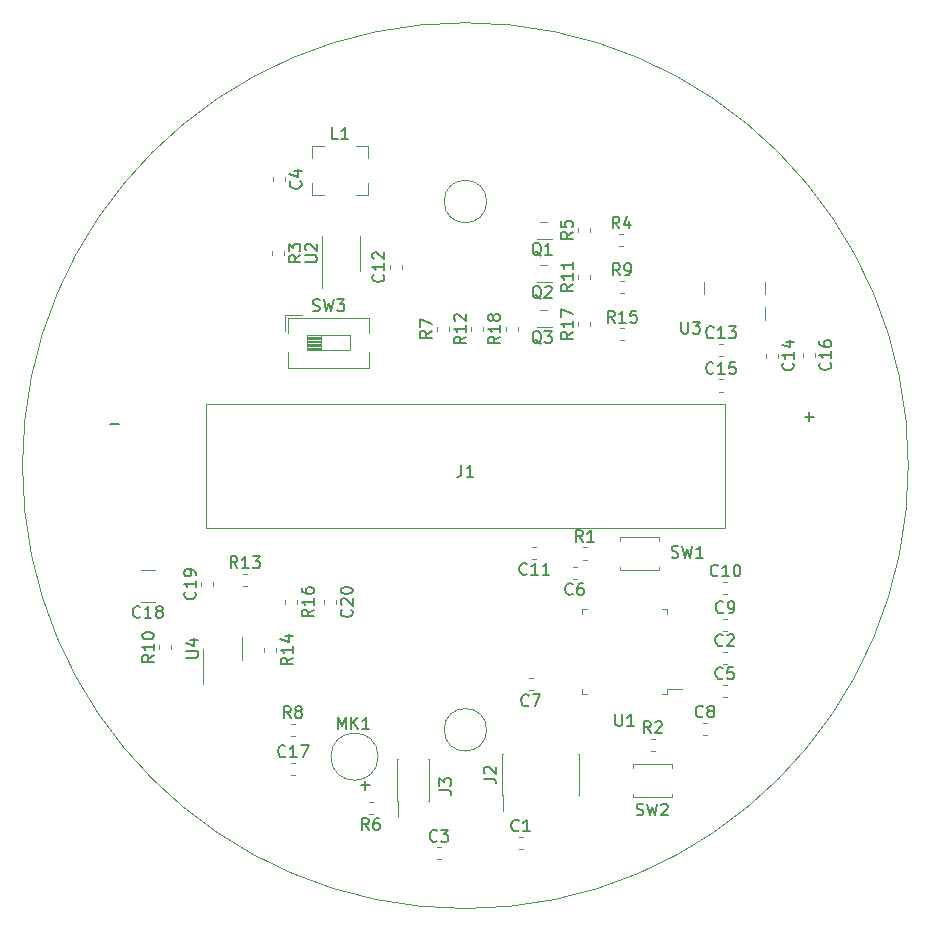
<source format=gbr>
G04 #@! TF.GenerationSoftware,KiCad,Pcbnew,6.0.7-f9a2dced07~116~ubuntu22.04.1*
G04 #@! TF.CreationDate,2022-08-25T07:51:25+02:00*
G04 #@! TF.ProjectId,PCB-Ange,5043422d-416e-4676-952e-6b696361645f,rev?*
G04 #@! TF.SameCoordinates,Original*
G04 #@! TF.FileFunction,Legend,Top*
G04 #@! TF.FilePolarity,Positive*
%FSLAX46Y46*%
G04 Gerber Fmt 4.6, Leading zero omitted, Abs format (unit mm)*
G04 Created by KiCad (PCBNEW 6.0.7-f9a2dced07~116~ubuntu22.04.1) date 2022-08-25 07:51:25*
%MOMM*%
%LPD*%
G01*
G04 APERTURE LIST*
G04 #@! TA.AperFunction,Profile*
%ADD10C,0.050000*%
G04 #@! TD*
%ADD11C,0.150000*%
%ADD12C,0.120000*%
G04 APERTURE END LIST*
D10*
X101800000Y-122365000D02*
G75*
G03*
X101800000Y-122365000I-1800000J0D01*
G01*
X101800000Y-77635000D02*
G75*
G03*
X101800000Y-77635000I-1800000J0D01*
G01*
X137500000Y-100000000D02*
G75*
G03*
X137500000Y-100000000I-37500000J0D01*
G01*
D11*
X97802380Y-127483333D02*
X98516666Y-127483333D01*
X98659523Y-127530952D01*
X98754761Y-127626190D01*
X98802380Y-127769047D01*
X98802380Y-127864285D01*
X97802380Y-127102380D02*
X97802380Y-126483333D01*
X98183333Y-126816666D01*
X98183333Y-126673809D01*
X98230952Y-126578571D01*
X98278571Y-126530952D01*
X98373809Y-126483333D01*
X98611904Y-126483333D01*
X98707142Y-126530952D01*
X98754761Y-126578571D01*
X98802380Y-126673809D01*
X98802380Y-126959523D01*
X98754761Y-127054761D01*
X98707142Y-127102380D01*
X86435980Y-82778704D02*
X87245504Y-82778704D01*
X87340742Y-82731085D01*
X87388361Y-82683466D01*
X87435980Y-82588228D01*
X87435980Y-82397752D01*
X87388361Y-82302514D01*
X87340742Y-82254895D01*
X87245504Y-82207276D01*
X86435980Y-82207276D01*
X86531219Y-81778704D02*
X86483600Y-81731085D01*
X86435980Y-81635847D01*
X86435980Y-81397752D01*
X86483600Y-81302514D01*
X86531219Y-81254895D01*
X86626457Y-81207276D01*
X86721695Y-81207276D01*
X86864552Y-81254895D01*
X87435980Y-81826323D01*
X87435980Y-81207276D01*
X99666666Y-99952380D02*
X99666666Y-100666666D01*
X99619047Y-100809523D01*
X99523809Y-100904761D01*
X99380952Y-100952380D01*
X99285714Y-100952380D01*
X100666666Y-100952380D02*
X100095238Y-100952380D01*
X100380952Y-100952380D02*
X100380952Y-99952380D01*
X100285714Y-100095238D01*
X100190476Y-100190476D01*
X100095238Y-100238095D01*
X69951847Y-96439228D02*
X70713752Y-96439228D01*
X128752847Y-95880428D02*
X129514752Y-95880428D01*
X129133800Y-96261380D02*
X129133800Y-95499476D01*
X104518333Y-130880342D02*
X104470714Y-130927961D01*
X104327857Y-130975580D01*
X104232619Y-130975580D01*
X104089761Y-130927961D01*
X103994523Y-130832723D01*
X103946904Y-130737485D01*
X103899285Y-130547009D01*
X103899285Y-130404152D01*
X103946904Y-130213676D01*
X103994523Y-130118438D01*
X104089761Y-130023200D01*
X104232619Y-129975580D01*
X104327857Y-129975580D01*
X104470714Y-130023200D01*
X104518333Y-130070819D01*
X105470714Y-130975580D02*
X104899285Y-130975580D01*
X105185000Y-130975580D02*
X105185000Y-129975580D01*
X105089761Y-130118438D01*
X104994523Y-130213676D01*
X104899285Y-130261295D01*
X121790333Y-115183142D02*
X121742714Y-115230761D01*
X121599857Y-115278380D01*
X121504619Y-115278380D01*
X121361761Y-115230761D01*
X121266523Y-115135523D01*
X121218904Y-115040285D01*
X121171285Y-114849809D01*
X121171285Y-114706952D01*
X121218904Y-114516476D01*
X121266523Y-114421238D01*
X121361761Y-114326000D01*
X121504619Y-114278380D01*
X121599857Y-114278380D01*
X121742714Y-114326000D01*
X121790333Y-114373619D01*
X122171285Y-114373619D02*
X122218904Y-114326000D01*
X122314142Y-114278380D01*
X122552238Y-114278380D01*
X122647476Y-114326000D01*
X122695095Y-114373619D01*
X122742714Y-114468857D01*
X122742714Y-114564095D01*
X122695095Y-114706952D01*
X122123666Y-115278380D01*
X122742714Y-115278380D01*
X97586733Y-131743942D02*
X97539114Y-131791561D01*
X97396257Y-131839180D01*
X97301019Y-131839180D01*
X97158161Y-131791561D01*
X97062923Y-131696323D01*
X97015304Y-131601085D01*
X96967685Y-131410609D01*
X96967685Y-131267752D01*
X97015304Y-131077276D01*
X97062923Y-130982038D01*
X97158161Y-130886800D01*
X97301019Y-130839180D01*
X97396257Y-130839180D01*
X97539114Y-130886800D01*
X97586733Y-130934419D01*
X97920066Y-130839180D02*
X98539114Y-130839180D01*
X98205780Y-131220133D01*
X98348638Y-131220133D01*
X98443876Y-131267752D01*
X98491495Y-131315371D01*
X98539114Y-131410609D01*
X98539114Y-131648704D01*
X98491495Y-131743942D01*
X98443876Y-131791561D01*
X98348638Y-131839180D01*
X98062923Y-131839180D01*
X97967685Y-131791561D01*
X97920066Y-131743942D01*
X86039142Y-75923666D02*
X86086761Y-75971285D01*
X86134380Y-76114142D01*
X86134380Y-76209380D01*
X86086761Y-76352238D01*
X85991523Y-76447476D01*
X85896285Y-76495095D01*
X85705809Y-76542714D01*
X85562952Y-76542714D01*
X85372476Y-76495095D01*
X85277238Y-76447476D01*
X85182000Y-76352238D01*
X85134380Y-76209380D01*
X85134380Y-76114142D01*
X85182000Y-75971285D01*
X85229619Y-75923666D01*
X85467714Y-75066523D02*
X86134380Y-75066523D01*
X85086761Y-75304619D02*
X85801047Y-75542714D01*
X85801047Y-74923666D01*
X121790333Y-117977142D02*
X121742714Y-118024761D01*
X121599857Y-118072380D01*
X121504619Y-118072380D01*
X121361761Y-118024761D01*
X121266523Y-117929523D01*
X121218904Y-117834285D01*
X121171285Y-117643809D01*
X121171285Y-117500952D01*
X121218904Y-117310476D01*
X121266523Y-117215238D01*
X121361761Y-117120000D01*
X121504619Y-117072380D01*
X121599857Y-117072380D01*
X121742714Y-117120000D01*
X121790333Y-117167619D01*
X122695095Y-117072380D02*
X122218904Y-117072380D01*
X122171285Y-117548571D01*
X122218904Y-117500952D01*
X122314142Y-117453333D01*
X122552238Y-117453333D01*
X122647476Y-117500952D01*
X122695095Y-117548571D01*
X122742714Y-117643809D01*
X122742714Y-117881904D01*
X122695095Y-117977142D01*
X122647476Y-118024761D01*
X122552238Y-118072380D01*
X122314142Y-118072380D01*
X122218904Y-118024761D01*
X122171285Y-117977142D01*
X109078933Y-110854942D02*
X109031314Y-110902561D01*
X108888457Y-110950180D01*
X108793219Y-110950180D01*
X108650361Y-110902561D01*
X108555123Y-110807323D01*
X108507504Y-110712085D01*
X108459885Y-110521609D01*
X108459885Y-110378752D01*
X108507504Y-110188276D01*
X108555123Y-110093038D01*
X108650361Y-109997800D01*
X108793219Y-109950180D01*
X108888457Y-109950180D01*
X109031314Y-109997800D01*
X109078933Y-110045419D01*
X109936076Y-109950180D02*
X109745600Y-109950180D01*
X109650361Y-109997800D01*
X109602742Y-110045419D01*
X109507504Y-110188276D01*
X109459885Y-110378752D01*
X109459885Y-110759704D01*
X109507504Y-110854942D01*
X109555123Y-110902561D01*
X109650361Y-110950180D01*
X109840838Y-110950180D01*
X109936076Y-110902561D01*
X109983695Y-110854942D01*
X110031314Y-110759704D01*
X110031314Y-110521609D01*
X109983695Y-110426371D01*
X109936076Y-110378752D01*
X109840838Y-110331133D01*
X109650361Y-110331133D01*
X109555123Y-110378752D01*
X109507504Y-110426371D01*
X109459885Y-110521609D01*
X105359133Y-120278342D02*
X105311514Y-120325961D01*
X105168657Y-120373580D01*
X105073419Y-120373580D01*
X104930561Y-120325961D01*
X104835323Y-120230723D01*
X104787704Y-120135485D01*
X104740085Y-119945009D01*
X104740085Y-119802152D01*
X104787704Y-119611676D01*
X104835323Y-119516438D01*
X104930561Y-119421200D01*
X105073419Y-119373580D01*
X105168657Y-119373580D01*
X105311514Y-119421200D01*
X105359133Y-119468819D01*
X105692466Y-119373580D02*
X106359133Y-119373580D01*
X105930561Y-120373580D01*
X120113933Y-121228342D02*
X120066314Y-121275961D01*
X119923457Y-121323580D01*
X119828219Y-121323580D01*
X119685361Y-121275961D01*
X119590123Y-121180723D01*
X119542504Y-121085485D01*
X119494885Y-120895009D01*
X119494885Y-120752152D01*
X119542504Y-120561676D01*
X119590123Y-120466438D01*
X119685361Y-120371200D01*
X119828219Y-120323580D01*
X119923457Y-120323580D01*
X120066314Y-120371200D01*
X120113933Y-120418819D01*
X120685361Y-120752152D02*
X120590123Y-120704533D01*
X120542504Y-120656914D01*
X120494885Y-120561676D01*
X120494885Y-120514057D01*
X120542504Y-120418819D01*
X120590123Y-120371200D01*
X120685361Y-120323580D01*
X120875838Y-120323580D01*
X120971076Y-120371200D01*
X121018695Y-120418819D01*
X121066314Y-120514057D01*
X121066314Y-120561676D01*
X121018695Y-120656914D01*
X120971076Y-120704533D01*
X120875838Y-120752152D01*
X120685361Y-120752152D01*
X120590123Y-120799771D01*
X120542504Y-120847390D01*
X120494885Y-120942628D01*
X120494885Y-121133104D01*
X120542504Y-121228342D01*
X120590123Y-121275961D01*
X120685361Y-121323580D01*
X120875838Y-121323580D01*
X120971076Y-121275961D01*
X121018695Y-121228342D01*
X121066314Y-121133104D01*
X121066314Y-120942628D01*
X121018695Y-120847390D01*
X120971076Y-120799771D01*
X120875838Y-120752152D01*
X121818333Y-112389142D02*
X121770714Y-112436761D01*
X121627857Y-112484380D01*
X121532619Y-112484380D01*
X121389761Y-112436761D01*
X121294523Y-112341523D01*
X121246904Y-112246285D01*
X121199285Y-112055809D01*
X121199285Y-111912952D01*
X121246904Y-111722476D01*
X121294523Y-111627238D01*
X121389761Y-111532000D01*
X121532619Y-111484380D01*
X121627857Y-111484380D01*
X121770714Y-111532000D01*
X121818333Y-111579619D01*
X122294523Y-112484380D02*
X122485000Y-112484380D01*
X122580238Y-112436761D01*
X122627857Y-112389142D01*
X122723095Y-112246285D01*
X122770714Y-112055809D01*
X122770714Y-111674857D01*
X122723095Y-111579619D01*
X122675476Y-111532000D01*
X122580238Y-111484380D01*
X122389761Y-111484380D01*
X122294523Y-111532000D01*
X122246904Y-111579619D01*
X122199285Y-111674857D01*
X122199285Y-111912952D01*
X122246904Y-112008190D01*
X122294523Y-112055809D01*
X122389761Y-112103428D01*
X122580238Y-112103428D01*
X122675476Y-112055809D01*
X122723095Y-112008190D01*
X122770714Y-111912952D01*
X121378942Y-109290342D02*
X121331323Y-109337961D01*
X121188466Y-109385580D01*
X121093228Y-109385580D01*
X120950371Y-109337961D01*
X120855133Y-109242723D01*
X120807514Y-109147485D01*
X120759895Y-108957009D01*
X120759895Y-108814152D01*
X120807514Y-108623676D01*
X120855133Y-108528438D01*
X120950371Y-108433200D01*
X121093228Y-108385580D01*
X121188466Y-108385580D01*
X121331323Y-108433200D01*
X121378942Y-108480819D01*
X122331323Y-109385580D02*
X121759895Y-109385580D01*
X122045609Y-109385580D02*
X122045609Y-108385580D01*
X121950371Y-108528438D01*
X121855133Y-108623676D01*
X121759895Y-108671295D01*
X122950371Y-108385580D02*
X123045609Y-108385580D01*
X123140847Y-108433200D01*
X123188466Y-108480819D01*
X123236085Y-108576057D01*
X123283704Y-108766533D01*
X123283704Y-109004628D01*
X123236085Y-109195104D01*
X123188466Y-109290342D01*
X123140847Y-109337961D01*
X123045609Y-109385580D01*
X122950371Y-109385580D01*
X122855133Y-109337961D01*
X122807514Y-109290342D01*
X122759895Y-109195104D01*
X122712276Y-109004628D01*
X122712276Y-108766533D01*
X122759895Y-108576057D01*
X122807514Y-108480819D01*
X122855133Y-108433200D01*
X122950371Y-108385580D01*
X105199142Y-109153142D02*
X105151523Y-109200761D01*
X105008666Y-109248380D01*
X104913428Y-109248380D01*
X104770571Y-109200761D01*
X104675333Y-109105523D01*
X104627714Y-109010285D01*
X104580095Y-108819809D01*
X104580095Y-108676952D01*
X104627714Y-108486476D01*
X104675333Y-108391238D01*
X104770571Y-108296000D01*
X104913428Y-108248380D01*
X105008666Y-108248380D01*
X105151523Y-108296000D01*
X105199142Y-108343619D01*
X106151523Y-109248380D02*
X105580095Y-109248380D01*
X105865809Y-109248380D02*
X105865809Y-108248380D01*
X105770571Y-108391238D01*
X105675333Y-108486476D01*
X105580095Y-108534095D01*
X107103904Y-109248380D02*
X106532476Y-109248380D01*
X106818190Y-109248380D02*
X106818190Y-108248380D01*
X106722952Y-108391238D01*
X106627714Y-108486476D01*
X106532476Y-108534095D01*
X93034342Y-83828057D02*
X93081961Y-83875676D01*
X93129580Y-84018533D01*
X93129580Y-84113771D01*
X93081961Y-84256628D01*
X92986723Y-84351866D01*
X92891485Y-84399485D01*
X92701009Y-84447104D01*
X92558152Y-84447104D01*
X92367676Y-84399485D01*
X92272438Y-84351866D01*
X92177200Y-84256628D01*
X92129580Y-84113771D01*
X92129580Y-84018533D01*
X92177200Y-83875676D01*
X92224819Y-83828057D01*
X93129580Y-82875676D02*
X93129580Y-83447104D01*
X93129580Y-83161390D02*
X92129580Y-83161390D01*
X92272438Y-83256628D01*
X92367676Y-83351866D01*
X92415295Y-83447104D01*
X92224819Y-82494723D02*
X92177200Y-82447104D01*
X92129580Y-82351866D01*
X92129580Y-82113771D01*
X92177200Y-82018533D01*
X92224819Y-81970914D01*
X92320057Y-81923295D01*
X92415295Y-81923295D01*
X92558152Y-81970914D01*
X93129580Y-82542342D01*
X93129580Y-81923295D01*
X121009342Y-89122742D02*
X120961723Y-89170361D01*
X120818866Y-89217980D01*
X120723628Y-89217980D01*
X120580771Y-89170361D01*
X120485533Y-89075123D01*
X120437914Y-88979885D01*
X120390295Y-88789409D01*
X120390295Y-88646552D01*
X120437914Y-88456076D01*
X120485533Y-88360838D01*
X120580771Y-88265600D01*
X120723628Y-88217980D01*
X120818866Y-88217980D01*
X120961723Y-88265600D01*
X121009342Y-88313219D01*
X121961723Y-89217980D02*
X121390295Y-89217980D01*
X121676009Y-89217980D02*
X121676009Y-88217980D01*
X121580771Y-88360838D01*
X121485533Y-88456076D01*
X121390295Y-88503695D01*
X122295057Y-88217980D02*
X122914104Y-88217980D01*
X122580771Y-88598933D01*
X122723628Y-88598933D01*
X122818866Y-88646552D01*
X122866485Y-88694171D01*
X122914104Y-88789409D01*
X122914104Y-89027504D01*
X122866485Y-89122742D01*
X122818866Y-89170361D01*
X122723628Y-89217980D01*
X122437914Y-89217980D01*
X122342676Y-89170361D01*
X122295057Y-89122742D01*
X127720542Y-91321057D02*
X127768161Y-91368676D01*
X127815780Y-91511533D01*
X127815780Y-91606771D01*
X127768161Y-91749628D01*
X127672923Y-91844866D01*
X127577685Y-91892485D01*
X127387209Y-91940104D01*
X127244352Y-91940104D01*
X127053876Y-91892485D01*
X126958638Y-91844866D01*
X126863400Y-91749628D01*
X126815780Y-91606771D01*
X126815780Y-91511533D01*
X126863400Y-91368676D01*
X126911019Y-91321057D01*
X127815780Y-90368676D02*
X127815780Y-90940104D01*
X127815780Y-90654390D02*
X126815780Y-90654390D01*
X126958638Y-90749628D01*
X127053876Y-90844866D01*
X127101495Y-90940104D01*
X127149114Y-89511533D02*
X127815780Y-89511533D01*
X126768161Y-89749628D02*
X127482447Y-89987723D01*
X127482447Y-89368676D01*
X120997942Y-92145342D02*
X120950323Y-92192961D01*
X120807466Y-92240580D01*
X120712228Y-92240580D01*
X120569371Y-92192961D01*
X120474133Y-92097723D01*
X120426514Y-92002485D01*
X120378895Y-91812009D01*
X120378895Y-91669152D01*
X120426514Y-91478676D01*
X120474133Y-91383438D01*
X120569371Y-91288200D01*
X120712228Y-91240580D01*
X120807466Y-91240580D01*
X120950323Y-91288200D01*
X120997942Y-91335819D01*
X121950323Y-92240580D02*
X121378895Y-92240580D01*
X121664609Y-92240580D02*
X121664609Y-91240580D01*
X121569371Y-91383438D01*
X121474133Y-91478676D01*
X121378895Y-91526295D01*
X122855085Y-91240580D02*
X122378895Y-91240580D01*
X122331276Y-91716771D01*
X122378895Y-91669152D01*
X122474133Y-91621533D01*
X122712228Y-91621533D01*
X122807466Y-91669152D01*
X122855085Y-91716771D01*
X122902704Y-91812009D01*
X122902704Y-92050104D01*
X122855085Y-92145342D01*
X122807466Y-92192961D01*
X122712228Y-92240580D01*
X122474133Y-92240580D01*
X122378895Y-92192961D01*
X122331276Y-92145342D01*
X130870142Y-91281657D02*
X130917761Y-91329276D01*
X130965380Y-91472133D01*
X130965380Y-91567371D01*
X130917761Y-91710228D01*
X130822523Y-91805466D01*
X130727285Y-91853085D01*
X130536809Y-91900704D01*
X130393952Y-91900704D01*
X130203476Y-91853085D01*
X130108238Y-91805466D01*
X130013000Y-91710228D01*
X129965380Y-91567371D01*
X129965380Y-91472133D01*
X130013000Y-91329276D01*
X130060619Y-91281657D01*
X130965380Y-90329276D02*
X130965380Y-90900704D01*
X130965380Y-90614990D02*
X129965380Y-90614990D01*
X130108238Y-90710228D01*
X130203476Y-90805466D01*
X130251095Y-90900704D01*
X129965380Y-89472133D02*
X129965380Y-89662609D01*
X130013000Y-89757847D01*
X130060619Y-89805466D01*
X130203476Y-89900704D01*
X130393952Y-89948323D01*
X130774904Y-89948323D01*
X130870142Y-89900704D01*
X130917761Y-89853085D01*
X130965380Y-89757847D01*
X130965380Y-89567371D01*
X130917761Y-89472133D01*
X130870142Y-89424514D01*
X130774904Y-89376895D01*
X130536809Y-89376895D01*
X130441571Y-89424514D01*
X130393952Y-89472133D01*
X130346333Y-89567371D01*
X130346333Y-89757847D01*
X130393952Y-89853085D01*
X130441571Y-89900704D01*
X130536809Y-89948323D01*
X84766142Y-124581142D02*
X84718523Y-124628761D01*
X84575666Y-124676380D01*
X84480428Y-124676380D01*
X84337571Y-124628761D01*
X84242333Y-124533523D01*
X84194714Y-124438285D01*
X84147095Y-124247809D01*
X84147095Y-124104952D01*
X84194714Y-123914476D01*
X84242333Y-123819238D01*
X84337571Y-123724000D01*
X84480428Y-123676380D01*
X84575666Y-123676380D01*
X84718523Y-123724000D01*
X84766142Y-123771619D01*
X85718523Y-124676380D02*
X85147095Y-124676380D01*
X85432809Y-124676380D02*
X85432809Y-123676380D01*
X85337571Y-123819238D01*
X85242333Y-123914476D01*
X85147095Y-123962095D01*
X86051857Y-123676380D02*
X86718523Y-123676380D01*
X86289952Y-124676380D01*
X72469642Y-112797142D02*
X72422023Y-112844761D01*
X72279166Y-112892380D01*
X72183928Y-112892380D01*
X72041071Y-112844761D01*
X71945833Y-112749523D01*
X71898214Y-112654285D01*
X71850595Y-112463809D01*
X71850595Y-112320952D01*
X71898214Y-112130476D01*
X71945833Y-112035238D01*
X72041071Y-111940000D01*
X72183928Y-111892380D01*
X72279166Y-111892380D01*
X72422023Y-111940000D01*
X72469642Y-111987619D01*
X73422023Y-112892380D02*
X72850595Y-112892380D01*
X73136309Y-112892380D02*
X73136309Y-111892380D01*
X73041071Y-112035238D01*
X72945833Y-112130476D01*
X72850595Y-112178095D01*
X73993452Y-112320952D02*
X73898214Y-112273333D01*
X73850595Y-112225714D01*
X73802976Y-112130476D01*
X73802976Y-112082857D01*
X73850595Y-111987619D01*
X73898214Y-111940000D01*
X73993452Y-111892380D01*
X74183928Y-111892380D01*
X74279166Y-111940000D01*
X74326785Y-111987619D01*
X74374404Y-112082857D01*
X74374404Y-112130476D01*
X74326785Y-112225714D01*
X74279166Y-112273333D01*
X74183928Y-112320952D01*
X73993452Y-112320952D01*
X73898214Y-112368571D01*
X73850595Y-112416190D01*
X73802976Y-112511428D01*
X73802976Y-112701904D01*
X73850595Y-112797142D01*
X73898214Y-112844761D01*
X73993452Y-112892380D01*
X74183928Y-112892380D01*
X74279166Y-112844761D01*
X74326785Y-112797142D01*
X74374404Y-112701904D01*
X74374404Y-112511428D01*
X74326785Y-112416190D01*
X74279166Y-112368571D01*
X74183928Y-112320952D01*
X77083142Y-110689857D02*
X77130761Y-110737476D01*
X77178380Y-110880333D01*
X77178380Y-110975571D01*
X77130761Y-111118428D01*
X77035523Y-111213666D01*
X76940285Y-111261285D01*
X76749809Y-111308904D01*
X76606952Y-111308904D01*
X76416476Y-111261285D01*
X76321238Y-111213666D01*
X76226000Y-111118428D01*
X76178380Y-110975571D01*
X76178380Y-110880333D01*
X76226000Y-110737476D01*
X76273619Y-110689857D01*
X77178380Y-109737476D02*
X77178380Y-110308904D01*
X77178380Y-110023190D02*
X76178380Y-110023190D01*
X76321238Y-110118428D01*
X76416476Y-110213666D01*
X76464095Y-110308904D01*
X77178380Y-109261285D02*
X77178380Y-109070809D01*
X77130761Y-108975571D01*
X77083142Y-108927952D01*
X76940285Y-108832714D01*
X76749809Y-108785095D01*
X76368857Y-108785095D01*
X76273619Y-108832714D01*
X76226000Y-108880333D01*
X76178380Y-108975571D01*
X76178380Y-109166047D01*
X76226000Y-109261285D01*
X76273619Y-109308904D01*
X76368857Y-109356523D01*
X76606952Y-109356523D01*
X76702190Y-109308904D01*
X76749809Y-109261285D01*
X76797428Y-109166047D01*
X76797428Y-108975571D01*
X76749809Y-108880333D01*
X76702190Y-108832714D01*
X76606952Y-108785095D01*
X90357142Y-112185857D02*
X90404761Y-112233476D01*
X90452380Y-112376333D01*
X90452380Y-112471571D01*
X90404761Y-112614428D01*
X90309523Y-112709666D01*
X90214285Y-112757285D01*
X90023809Y-112804904D01*
X89880952Y-112804904D01*
X89690476Y-112757285D01*
X89595238Y-112709666D01*
X89500000Y-112614428D01*
X89452380Y-112471571D01*
X89452380Y-112376333D01*
X89500000Y-112233476D01*
X89547619Y-112185857D01*
X89547619Y-111804904D02*
X89500000Y-111757285D01*
X89452380Y-111662047D01*
X89452380Y-111423952D01*
X89500000Y-111328714D01*
X89547619Y-111281095D01*
X89642857Y-111233476D01*
X89738095Y-111233476D01*
X89880952Y-111281095D01*
X90452380Y-111852523D01*
X90452380Y-111233476D01*
X89452380Y-110614428D02*
X89452380Y-110519190D01*
X89500000Y-110423952D01*
X89547619Y-110376333D01*
X89642857Y-110328714D01*
X89833333Y-110281095D01*
X90071428Y-110281095D01*
X90261904Y-110328714D01*
X90357142Y-110376333D01*
X90404761Y-110423952D01*
X90452380Y-110519190D01*
X90452380Y-110614428D01*
X90404761Y-110709666D01*
X90357142Y-110757285D01*
X90261904Y-110804904D01*
X90071428Y-110852523D01*
X89833333Y-110852523D01*
X89642857Y-110804904D01*
X89547619Y-110757285D01*
X89500000Y-110709666D01*
X89452380Y-110614428D01*
X101567380Y-126495333D02*
X102281666Y-126495333D01*
X102424523Y-126542952D01*
X102519761Y-126638190D01*
X102567380Y-126781047D01*
X102567380Y-126876285D01*
X101662619Y-126066761D02*
X101615000Y-126019142D01*
X101567380Y-125923904D01*
X101567380Y-125685809D01*
X101615000Y-125590571D01*
X101662619Y-125542952D01*
X101757857Y-125495333D01*
X101853095Y-125495333D01*
X101995952Y-125542952D01*
X102567380Y-126114380D01*
X102567380Y-125495333D01*
X89216133Y-72358780D02*
X88739942Y-72358780D01*
X88739942Y-71358780D01*
X90073276Y-72358780D02*
X89501847Y-72358780D01*
X89787561Y-72358780D02*
X89787561Y-71358780D01*
X89692323Y-71501638D01*
X89597085Y-71596876D01*
X89501847Y-71644495D01*
X89190476Y-122302380D02*
X89190476Y-121302380D01*
X89523809Y-122016666D01*
X89857142Y-121302380D01*
X89857142Y-122302380D01*
X90333333Y-122302380D02*
X90333333Y-121302380D01*
X90904761Y-122302380D02*
X90476190Y-121730952D01*
X90904761Y-121302380D02*
X90333333Y-121873809D01*
X91857142Y-122302380D02*
X91285714Y-122302380D01*
X91571428Y-122302380D02*
X91571428Y-121302380D01*
X91476190Y-121445238D01*
X91380952Y-121540476D01*
X91285714Y-121588095D01*
X91511628Y-127431952D02*
X91511628Y-126670047D01*
X91892580Y-127051000D02*
X91130676Y-127051000D01*
X106408761Y-82234019D02*
X106313523Y-82186400D01*
X106218285Y-82091161D01*
X106075428Y-81948304D01*
X105980190Y-81900685D01*
X105884952Y-81900685D01*
X105932571Y-82138780D02*
X105837333Y-82091161D01*
X105742095Y-81995923D01*
X105694476Y-81805447D01*
X105694476Y-81472114D01*
X105742095Y-81281638D01*
X105837333Y-81186400D01*
X105932571Y-81138780D01*
X106123047Y-81138780D01*
X106218285Y-81186400D01*
X106313523Y-81281638D01*
X106361142Y-81472114D01*
X106361142Y-81805447D01*
X106313523Y-81995923D01*
X106218285Y-82091161D01*
X106123047Y-82138780D01*
X105932571Y-82138780D01*
X107313523Y-82138780D02*
X106742095Y-82138780D01*
X107027809Y-82138780D02*
X107027809Y-81138780D01*
X106932571Y-81281638D01*
X106837333Y-81376876D01*
X106742095Y-81424495D01*
X106408761Y-85891619D02*
X106313523Y-85844000D01*
X106218285Y-85748761D01*
X106075428Y-85605904D01*
X105980190Y-85558285D01*
X105884952Y-85558285D01*
X105932571Y-85796380D02*
X105837333Y-85748761D01*
X105742095Y-85653523D01*
X105694476Y-85463047D01*
X105694476Y-85129714D01*
X105742095Y-84939238D01*
X105837333Y-84844000D01*
X105932571Y-84796380D01*
X106123047Y-84796380D01*
X106218285Y-84844000D01*
X106313523Y-84939238D01*
X106361142Y-85129714D01*
X106361142Y-85463047D01*
X106313523Y-85653523D01*
X106218285Y-85748761D01*
X106123047Y-85796380D01*
X105932571Y-85796380D01*
X106742095Y-84891619D02*
X106789714Y-84844000D01*
X106884952Y-84796380D01*
X107123047Y-84796380D01*
X107218285Y-84844000D01*
X107265904Y-84891619D01*
X107313523Y-84986857D01*
X107313523Y-85082095D01*
X107265904Y-85224952D01*
X106694476Y-85796380D01*
X107313523Y-85796380D01*
X106408761Y-89701619D02*
X106313523Y-89654000D01*
X106218285Y-89558761D01*
X106075428Y-89415904D01*
X105980190Y-89368285D01*
X105884952Y-89368285D01*
X105932571Y-89606380D02*
X105837333Y-89558761D01*
X105742095Y-89463523D01*
X105694476Y-89273047D01*
X105694476Y-88939714D01*
X105742095Y-88749238D01*
X105837333Y-88654000D01*
X105932571Y-88606380D01*
X106123047Y-88606380D01*
X106218285Y-88654000D01*
X106313523Y-88749238D01*
X106361142Y-88939714D01*
X106361142Y-89273047D01*
X106313523Y-89463523D01*
X106218285Y-89558761D01*
X106123047Y-89606380D01*
X105932571Y-89606380D01*
X106694476Y-88606380D02*
X107313523Y-88606380D01*
X106980190Y-88987333D01*
X107123047Y-88987333D01*
X107218285Y-89034952D01*
X107265904Y-89082571D01*
X107313523Y-89177809D01*
X107313523Y-89415904D01*
X107265904Y-89511142D01*
X107218285Y-89558761D01*
X107123047Y-89606380D01*
X106837333Y-89606380D01*
X106742095Y-89558761D01*
X106694476Y-89511142D01*
X109931133Y-106464580D02*
X109597800Y-105988390D01*
X109359704Y-106464580D02*
X109359704Y-105464580D01*
X109740657Y-105464580D01*
X109835895Y-105512200D01*
X109883514Y-105559819D01*
X109931133Y-105655057D01*
X109931133Y-105797914D01*
X109883514Y-105893152D01*
X109835895Y-105940771D01*
X109740657Y-105988390D01*
X109359704Y-105988390D01*
X110883514Y-106464580D02*
X110312085Y-106464580D01*
X110597800Y-106464580D02*
X110597800Y-105464580D01*
X110502561Y-105607438D01*
X110407323Y-105702676D01*
X110312085Y-105750295D01*
X115694333Y-122644380D02*
X115361000Y-122168190D01*
X115122904Y-122644380D02*
X115122904Y-121644380D01*
X115503857Y-121644380D01*
X115599095Y-121692000D01*
X115646714Y-121739619D01*
X115694333Y-121834857D01*
X115694333Y-121977714D01*
X115646714Y-122072952D01*
X115599095Y-122120571D01*
X115503857Y-122168190D01*
X115122904Y-122168190D01*
X116075285Y-121739619D02*
X116122904Y-121692000D01*
X116218142Y-121644380D01*
X116456238Y-121644380D01*
X116551476Y-121692000D01*
X116599095Y-121739619D01*
X116646714Y-121834857D01*
X116646714Y-121930095D01*
X116599095Y-122072952D01*
X116027666Y-122644380D01*
X116646714Y-122644380D01*
X86032780Y-82172066D02*
X85556590Y-82505400D01*
X86032780Y-82743495D02*
X85032780Y-82743495D01*
X85032780Y-82362542D01*
X85080400Y-82267304D01*
X85128019Y-82219685D01*
X85223257Y-82172066D01*
X85366114Y-82172066D01*
X85461352Y-82219685D01*
X85508971Y-82267304D01*
X85556590Y-82362542D01*
X85556590Y-82743495D01*
X85032780Y-81838733D02*
X85032780Y-81219685D01*
X85413733Y-81553019D01*
X85413733Y-81410161D01*
X85461352Y-81314923D01*
X85508971Y-81267304D01*
X85604209Y-81219685D01*
X85842304Y-81219685D01*
X85937542Y-81267304D01*
X85985161Y-81314923D01*
X86032780Y-81410161D01*
X86032780Y-81695876D01*
X85985161Y-81791114D01*
X85937542Y-81838733D01*
X113029933Y-79921580D02*
X112696600Y-79445390D01*
X112458504Y-79921580D02*
X112458504Y-78921580D01*
X112839457Y-78921580D01*
X112934695Y-78969200D01*
X112982314Y-79016819D01*
X113029933Y-79112057D01*
X113029933Y-79254914D01*
X112982314Y-79350152D01*
X112934695Y-79397771D01*
X112839457Y-79445390D01*
X112458504Y-79445390D01*
X113887076Y-79254914D02*
X113887076Y-79921580D01*
X113648980Y-78873961D02*
X113410885Y-79588247D01*
X114029933Y-79588247D01*
X109080780Y-80202266D02*
X108604590Y-80535600D01*
X109080780Y-80773695D02*
X108080780Y-80773695D01*
X108080780Y-80392742D01*
X108128400Y-80297504D01*
X108176019Y-80249885D01*
X108271257Y-80202266D01*
X108414114Y-80202266D01*
X108509352Y-80249885D01*
X108556971Y-80297504D01*
X108604590Y-80392742D01*
X108604590Y-80773695D01*
X108080780Y-79297504D02*
X108080780Y-79773695D01*
X108556971Y-79821314D01*
X108509352Y-79773695D01*
X108461733Y-79678457D01*
X108461733Y-79440361D01*
X108509352Y-79345123D01*
X108556971Y-79297504D01*
X108652209Y-79249885D01*
X108890304Y-79249885D01*
X108985542Y-79297504D01*
X109033161Y-79345123D01*
X109080780Y-79440361D01*
X109080780Y-79678457D01*
X109033161Y-79773695D01*
X108985542Y-79821314D01*
X91818333Y-130838380D02*
X91485000Y-130362190D01*
X91246904Y-130838380D02*
X91246904Y-129838380D01*
X91627857Y-129838380D01*
X91723095Y-129886000D01*
X91770714Y-129933619D01*
X91818333Y-130028857D01*
X91818333Y-130171714D01*
X91770714Y-130266952D01*
X91723095Y-130314571D01*
X91627857Y-130362190D01*
X91246904Y-130362190D01*
X92675476Y-129838380D02*
X92485000Y-129838380D01*
X92389761Y-129886000D01*
X92342142Y-129933619D01*
X92246904Y-130076476D01*
X92199285Y-130266952D01*
X92199285Y-130647904D01*
X92246904Y-130743142D01*
X92294523Y-130790761D01*
X92389761Y-130838380D01*
X92580238Y-130838380D01*
X92675476Y-130790761D01*
X92723095Y-130743142D01*
X92770714Y-130647904D01*
X92770714Y-130409809D01*
X92723095Y-130314571D01*
X92675476Y-130266952D01*
X92580238Y-130219333D01*
X92389761Y-130219333D01*
X92294523Y-130266952D01*
X92246904Y-130314571D01*
X92199285Y-130409809D01*
X97142780Y-88595666D02*
X96666590Y-88929000D01*
X97142780Y-89167095D02*
X96142780Y-89167095D01*
X96142780Y-88786142D01*
X96190400Y-88690904D01*
X96238019Y-88643285D01*
X96333257Y-88595666D01*
X96476114Y-88595666D01*
X96571352Y-88643285D01*
X96618971Y-88690904D01*
X96666590Y-88786142D01*
X96666590Y-89167095D01*
X96142780Y-88262333D02*
X96142780Y-87595666D01*
X97142780Y-88024238D01*
X85214333Y-121374380D02*
X84881000Y-120898190D01*
X84642904Y-121374380D02*
X84642904Y-120374380D01*
X85023857Y-120374380D01*
X85119095Y-120422000D01*
X85166714Y-120469619D01*
X85214333Y-120564857D01*
X85214333Y-120707714D01*
X85166714Y-120802952D01*
X85119095Y-120850571D01*
X85023857Y-120898190D01*
X84642904Y-120898190D01*
X85785761Y-120802952D02*
X85690523Y-120755333D01*
X85642904Y-120707714D01*
X85595285Y-120612476D01*
X85595285Y-120564857D01*
X85642904Y-120469619D01*
X85690523Y-120422000D01*
X85785761Y-120374380D01*
X85976238Y-120374380D01*
X86071476Y-120422000D01*
X86119095Y-120469619D01*
X86166714Y-120564857D01*
X86166714Y-120612476D01*
X86119095Y-120707714D01*
X86071476Y-120755333D01*
X85976238Y-120802952D01*
X85785761Y-120802952D01*
X85690523Y-120850571D01*
X85642904Y-120898190D01*
X85595285Y-120993428D01*
X85595285Y-121183904D01*
X85642904Y-121279142D01*
X85690523Y-121326761D01*
X85785761Y-121374380D01*
X85976238Y-121374380D01*
X86071476Y-121326761D01*
X86119095Y-121279142D01*
X86166714Y-121183904D01*
X86166714Y-120993428D01*
X86119095Y-120898190D01*
X86071476Y-120850571D01*
X85976238Y-120802952D01*
X113080733Y-83883980D02*
X112747400Y-83407790D01*
X112509304Y-83883980D02*
X112509304Y-82883980D01*
X112890257Y-82883980D01*
X112985495Y-82931600D01*
X113033114Y-82979219D01*
X113080733Y-83074457D01*
X113080733Y-83217314D01*
X113033114Y-83312552D01*
X112985495Y-83360171D01*
X112890257Y-83407790D01*
X112509304Y-83407790D01*
X113556923Y-83883980D02*
X113747400Y-83883980D01*
X113842638Y-83836361D01*
X113890257Y-83788742D01*
X113985495Y-83645885D01*
X114033114Y-83455409D01*
X114033114Y-83074457D01*
X113985495Y-82979219D01*
X113937876Y-82931600D01*
X113842638Y-82883980D01*
X113652161Y-82883980D01*
X113556923Y-82931600D01*
X113509304Y-82979219D01*
X113461685Y-83074457D01*
X113461685Y-83312552D01*
X113509304Y-83407790D01*
X113556923Y-83455409D01*
X113652161Y-83503028D01*
X113842638Y-83503028D01*
X113937876Y-83455409D01*
X113985495Y-83407790D01*
X114033114Y-83312552D01*
X73622380Y-116023857D02*
X73146190Y-116357190D01*
X73622380Y-116595285D02*
X72622380Y-116595285D01*
X72622380Y-116214333D01*
X72670000Y-116119095D01*
X72717619Y-116071476D01*
X72812857Y-116023857D01*
X72955714Y-116023857D01*
X73050952Y-116071476D01*
X73098571Y-116119095D01*
X73146190Y-116214333D01*
X73146190Y-116595285D01*
X73622380Y-115071476D02*
X73622380Y-115642904D01*
X73622380Y-115357190D02*
X72622380Y-115357190D01*
X72765238Y-115452428D01*
X72860476Y-115547666D01*
X72908095Y-115642904D01*
X72622380Y-114452428D02*
X72622380Y-114357190D01*
X72670000Y-114261952D01*
X72717619Y-114214333D01*
X72812857Y-114166714D01*
X73003333Y-114119095D01*
X73241428Y-114119095D01*
X73431904Y-114166714D01*
X73527142Y-114214333D01*
X73574761Y-114261952D01*
X73622380Y-114357190D01*
X73622380Y-114452428D01*
X73574761Y-114547666D01*
X73527142Y-114595285D01*
X73431904Y-114642904D01*
X73241428Y-114690523D01*
X73003333Y-114690523D01*
X72812857Y-114642904D01*
X72717619Y-114595285D01*
X72670000Y-114547666D01*
X72622380Y-114452428D01*
X109080780Y-84652257D02*
X108604590Y-84985590D01*
X109080780Y-85223685D02*
X108080780Y-85223685D01*
X108080780Y-84842733D01*
X108128400Y-84747495D01*
X108176019Y-84699876D01*
X108271257Y-84652257D01*
X108414114Y-84652257D01*
X108509352Y-84699876D01*
X108556971Y-84747495D01*
X108604590Y-84842733D01*
X108604590Y-85223685D01*
X109080780Y-83699876D02*
X109080780Y-84271304D01*
X109080780Y-83985590D02*
X108080780Y-83985590D01*
X108223638Y-84080828D01*
X108318876Y-84176066D01*
X108366495Y-84271304D01*
X109080780Y-82747495D02*
X109080780Y-83318923D01*
X109080780Y-83033209D02*
X108080780Y-83033209D01*
X108223638Y-83128447D01*
X108318876Y-83223685D01*
X108366495Y-83318923D01*
X100038380Y-89071857D02*
X99562190Y-89405190D01*
X100038380Y-89643285D02*
X99038380Y-89643285D01*
X99038380Y-89262333D01*
X99086000Y-89167095D01*
X99133619Y-89119476D01*
X99228857Y-89071857D01*
X99371714Y-89071857D01*
X99466952Y-89119476D01*
X99514571Y-89167095D01*
X99562190Y-89262333D01*
X99562190Y-89643285D01*
X100038380Y-88119476D02*
X100038380Y-88690904D01*
X100038380Y-88405190D02*
X99038380Y-88405190D01*
X99181238Y-88500428D01*
X99276476Y-88595666D01*
X99324095Y-88690904D01*
X99133619Y-87738523D02*
X99086000Y-87690904D01*
X99038380Y-87595666D01*
X99038380Y-87357571D01*
X99086000Y-87262333D01*
X99133619Y-87214714D01*
X99228857Y-87167095D01*
X99324095Y-87167095D01*
X99466952Y-87214714D01*
X100038380Y-87786142D01*
X100038380Y-87167095D01*
X80702142Y-108674380D02*
X80368809Y-108198190D01*
X80130714Y-108674380D02*
X80130714Y-107674380D01*
X80511666Y-107674380D01*
X80606904Y-107722000D01*
X80654523Y-107769619D01*
X80702142Y-107864857D01*
X80702142Y-108007714D01*
X80654523Y-108102952D01*
X80606904Y-108150571D01*
X80511666Y-108198190D01*
X80130714Y-108198190D01*
X81654523Y-108674380D02*
X81083095Y-108674380D01*
X81368809Y-108674380D02*
X81368809Y-107674380D01*
X81273571Y-107817238D01*
X81178333Y-107912476D01*
X81083095Y-107960095D01*
X81987857Y-107674380D02*
X82606904Y-107674380D01*
X82273571Y-108055333D01*
X82416428Y-108055333D01*
X82511666Y-108102952D01*
X82559285Y-108150571D01*
X82606904Y-108245809D01*
X82606904Y-108483904D01*
X82559285Y-108579142D01*
X82511666Y-108626761D01*
X82416428Y-108674380D01*
X82130714Y-108674380D01*
X82035476Y-108626761D01*
X81987857Y-108579142D01*
X85372380Y-116249857D02*
X84896190Y-116583190D01*
X85372380Y-116821285D02*
X84372380Y-116821285D01*
X84372380Y-116440333D01*
X84420000Y-116345095D01*
X84467619Y-116297476D01*
X84562857Y-116249857D01*
X84705714Y-116249857D01*
X84800952Y-116297476D01*
X84848571Y-116345095D01*
X84896190Y-116440333D01*
X84896190Y-116821285D01*
X85372380Y-115297476D02*
X85372380Y-115868904D01*
X85372380Y-115583190D02*
X84372380Y-115583190D01*
X84515238Y-115678428D01*
X84610476Y-115773666D01*
X84658095Y-115868904D01*
X84705714Y-114440333D02*
X85372380Y-114440333D01*
X84324761Y-114678428D02*
X85039047Y-114916523D01*
X85039047Y-114297476D01*
X112627342Y-87897180D02*
X112294009Y-87420990D01*
X112055914Y-87897180D02*
X112055914Y-86897180D01*
X112436866Y-86897180D01*
X112532104Y-86944800D01*
X112579723Y-86992419D01*
X112627342Y-87087657D01*
X112627342Y-87230514D01*
X112579723Y-87325752D01*
X112532104Y-87373371D01*
X112436866Y-87420990D01*
X112055914Y-87420990D01*
X113579723Y-87897180D02*
X113008295Y-87897180D01*
X113294009Y-87897180D02*
X113294009Y-86897180D01*
X113198771Y-87040038D01*
X113103533Y-87135276D01*
X113008295Y-87182895D01*
X114484485Y-86897180D02*
X114008295Y-86897180D01*
X113960676Y-87373371D01*
X114008295Y-87325752D01*
X114103533Y-87278133D01*
X114341628Y-87278133D01*
X114436866Y-87325752D01*
X114484485Y-87373371D01*
X114532104Y-87468609D01*
X114532104Y-87706704D01*
X114484485Y-87801942D01*
X114436866Y-87849561D01*
X114341628Y-87897180D01*
X114103533Y-87897180D01*
X114008295Y-87849561D01*
X113960676Y-87801942D01*
X87150380Y-112185857D02*
X86674190Y-112519190D01*
X87150380Y-112757285D02*
X86150380Y-112757285D01*
X86150380Y-112376333D01*
X86198000Y-112281095D01*
X86245619Y-112233476D01*
X86340857Y-112185857D01*
X86483714Y-112185857D01*
X86578952Y-112233476D01*
X86626571Y-112281095D01*
X86674190Y-112376333D01*
X86674190Y-112757285D01*
X87150380Y-111233476D02*
X87150380Y-111804904D01*
X87150380Y-111519190D02*
X86150380Y-111519190D01*
X86293238Y-111614428D01*
X86388476Y-111709666D01*
X86436095Y-111804904D01*
X86150380Y-110376333D02*
X86150380Y-110566809D01*
X86198000Y-110662047D01*
X86245619Y-110709666D01*
X86388476Y-110804904D01*
X86578952Y-110852523D01*
X86959904Y-110852523D01*
X87055142Y-110804904D01*
X87102761Y-110757285D01*
X87150380Y-110662047D01*
X87150380Y-110471571D01*
X87102761Y-110376333D01*
X87055142Y-110328714D01*
X86959904Y-110281095D01*
X86721809Y-110281095D01*
X86626571Y-110328714D01*
X86578952Y-110376333D01*
X86531333Y-110471571D01*
X86531333Y-110662047D01*
X86578952Y-110757285D01*
X86626571Y-110804904D01*
X86721809Y-110852523D01*
X109080780Y-88665457D02*
X108604590Y-88998790D01*
X109080780Y-89236885D02*
X108080780Y-89236885D01*
X108080780Y-88855933D01*
X108128400Y-88760695D01*
X108176019Y-88713076D01*
X108271257Y-88665457D01*
X108414114Y-88665457D01*
X108509352Y-88713076D01*
X108556971Y-88760695D01*
X108604590Y-88855933D01*
X108604590Y-89236885D01*
X109080780Y-87713076D02*
X109080780Y-88284504D01*
X109080780Y-87998790D02*
X108080780Y-87998790D01*
X108223638Y-88094028D01*
X108318876Y-88189266D01*
X108366495Y-88284504D01*
X108080780Y-87379742D02*
X108080780Y-86713076D01*
X109080780Y-87141647D01*
X102933980Y-89071857D02*
X102457790Y-89405190D01*
X102933980Y-89643285D02*
X101933980Y-89643285D01*
X101933980Y-89262333D01*
X101981600Y-89167095D01*
X102029219Y-89119476D01*
X102124457Y-89071857D01*
X102267314Y-89071857D01*
X102362552Y-89119476D01*
X102410171Y-89167095D01*
X102457790Y-89262333D01*
X102457790Y-89643285D01*
X102933980Y-88119476D02*
X102933980Y-88690904D01*
X102933980Y-88405190D02*
X101933980Y-88405190D01*
X102076838Y-88500428D01*
X102172076Y-88595666D01*
X102219695Y-88690904D01*
X102362552Y-87548047D02*
X102314933Y-87643285D01*
X102267314Y-87690904D01*
X102172076Y-87738523D01*
X102124457Y-87738523D01*
X102029219Y-87690904D01*
X101981600Y-87643285D01*
X101933980Y-87548047D01*
X101933980Y-87357571D01*
X101981600Y-87262333D01*
X102029219Y-87214714D01*
X102124457Y-87167095D01*
X102172076Y-87167095D01*
X102267314Y-87214714D01*
X102314933Y-87262333D01*
X102362552Y-87357571D01*
X102362552Y-87548047D01*
X102410171Y-87643285D01*
X102457790Y-87690904D01*
X102553028Y-87738523D01*
X102743504Y-87738523D01*
X102838742Y-87690904D01*
X102886361Y-87643285D01*
X102933980Y-87548047D01*
X102933980Y-87357571D01*
X102886361Y-87262333D01*
X102838742Y-87214714D01*
X102743504Y-87167095D01*
X102553028Y-87167095D01*
X102457790Y-87214714D01*
X102410171Y-87262333D01*
X102362552Y-87357571D01*
X117462666Y-107745361D02*
X117605523Y-107792980D01*
X117843619Y-107792980D01*
X117938857Y-107745361D01*
X117986476Y-107697742D01*
X118034095Y-107602504D01*
X118034095Y-107507266D01*
X117986476Y-107412028D01*
X117938857Y-107364409D01*
X117843619Y-107316790D01*
X117653142Y-107269171D01*
X117557904Y-107221552D01*
X117510285Y-107173933D01*
X117462666Y-107078695D01*
X117462666Y-106983457D01*
X117510285Y-106888219D01*
X117557904Y-106840600D01*
X117653142Y-106792980D01*
X117891238Y-106792980D01*
X118034095Y-106840600D01*
X118367428Y-106792980D02*
X118605523Y-107792980D01*
X118796000Y-107078695D01*
X118986476Y-107792980D01*
X119224571Y-106792980D01*
X120129333Y-107792980D02*
X119557904Y-107792980D01*
X119843619Y-107792980D02*
X119843619Y-106792980D01*
X119748380Y-106935838D01*
X119653142Y-107031076D01*
X119557904Y-107078695D01*
X114492666Y-129574761D02*
X114635523Y-129622380D01*
X114873619Y-129622380D01*
X114968857Y-129574761D01*
X115016476Y-129527142D01*
X115064095Y-129431904D01*
X115064095Y-129336666D01*
X115016476Y-129241428D01*
X114968857Y-129193809D01*
X114873619Y-129146190D01*
X114683142Y-129098571D01*
X114587904Y-129050952D01*
X114540285Y-129003333D01*
X114492666Y-128908095D01*
X114492666Y-128812857D01*
X114540285Y-128717619D01*
X114587904Y-128670000D01*
X114683142Y-128622380D01*
X114921238Y-128622380D01*
X115064095Y-128670000D01*
X115397428Y-128622380D02*
X115635523Y-129622380D01*
X115826000Y-128908095D01*
X116016476Y-129622380D01*
X116254571Y-128622380D01*
X116587904Y-128717619D02*
X116635523Y-128670000D01*
X116730761Y-128622380D01*
X116968857Y-128622380D01*
X117064095Y-128670000D01*
X117111714Y-128717619D01*
X117159333Y-128812857D01*
X117159333Y-128908095D01*
X117111714Y-129050952D01*
X116540285Y-129622380D01*
X117159333Y-129622380D01*
X87084266Y-86880761D02*
X87227123Y-86928380D01*
X87465219Y-86928380D01*
X87560457Y-86880761D01*
X87608076Y-86833142D01*
X87655695Y-86737904D01*
X87655695Y-86642666D01*
X87608076Y-86547428D01*
X87560457Y-86499809D01*
X87465219Y-86452190D01*
X87274742Y-86404571D01*
X87179504Y-86356952D01*
X87131885Y-86309333D01*
X87084266Y-86214095D01*
X87084266Y-86118857D01*
X87131885Y-86023619D01*
X87179504Y-85976000D01*
X87274742Y-85928380D01*
X87512838Y-85928380D01*
X87655695Y-85976000D01*
X87989028Y-85928380D02*
X88227123Y-86928380D01*
X88417600Y-86214095D01*
X88608076Y-86928380D01*
X88846171Y-85928380D01*
X89131885Y-85928380D02*
X89750933Y-85928380D01*
X89417600Y-86309333D01*
X89560457Y-86309333D01*
X89655695Y-86356952D01*
X89703314Y-86404571D01*
X89750933Y-86499809D01*
X89750933Y-86737904D01*
X89703314Y-86833142D01*
X89655695Y-86880761D01*
X89560457Y-86928380D01*
X89274742Y-86928380D01*
X89179504Y-86880761D01*
X89131885Y-86833142D01*
X112700095Y-121050380D02*
X112700095Y-121859904D01*
X112747714Y-121955142D01*
X112795333Y-122002761D01*
X112890571Y-122050380D01*
X113081047Y-122050380D01*
X113176285Y-122002761D01*
X113223904Y-121955142D01*
X113271523Y-121859904D01*
X113271523Y-121050380D01*
X114271523Y-122050380D02*
X113700095Y-122050380D01*
X113985809Y-122050380D02*
X113985809Y-121050380D01*
X113890571Y-121193238D01*
X113795333Y-121288476D01*
X113700095Y-121336095D01*
X118288095Y-87819180D02*
X118288095Y-88628704D01*
X118335714Y-88723942D01*
X118383333Y-88771561D01*
X118478571Y-88819180D01*
X118669047Y-88819180D01*
X118764285Y-88771561D01*
X118811904Y-88723942D01*
X118859523Y-88628704D01*
X118859523Y-87819180D01*
X119240476Y-87819180D02*
X119859523Y-87819180D01*
X119526190Y-88200133D01*
X119669047Y-88200133D01*
X119764285Y-88247752D01*
X119811904Y-88295371D01*
X119859523Y-88390609D01*
X119859523Y-88628704D01*
X119811904Y-88723942D01*
X119764285Y-88771561D01*
X119669047Y-88819180D01*
X119383333Y-88819180D01*
X119288095Y-88771561D01*
X119240476Y-88723942D01*
X76378380Y-116255904D02*
X77187904Y-116255904D01*
X77283142Y-116208285D01*
X77330761Y-116160666D01*
X77378380Y-116065428D01*
X77378380Y-115874952D01*
X77330761Y-115779714D01*
X77283142Y-115732095D01*
X77187904Y-115684476D01*
X76378380Y-115684476D01*
X76711714Y-114779714D02*
X77378380Y-114779714D01*
X76330761Y-115017809D02*
X77045047Y-115255904D01*
X77045047Y-114636857D01*
D12*
X94245000Y-128390000D02*
X94245000Y-124860000D01*
X96905000Y-128390000D02*
X96905000Y-124860000D01*
X94310000Y-129715000D02*
X94310000Y-128390000D01*
X94245000Y-128390000D02*
X94310000Y-128390000D01*
X94245000Y-124860000D02*
X94310000Y-124860000D01*
X96840000Y-128390000D02*
X96905000Y-128390000D01*
X96840000Y-124860000D02*
X96905000Y-124860000D01*
X91043600Y-82016800D02*
X91043600Y-80516800D01*
X91043600Y-82016800D02*
X91043600Y-83516800D01*
X87823600Y-82016800D02*
X87823600Y-80516800D01*
X87823600Y-82016800D02*
X87823600Y-84941800D01*
X78000000Y-105250000D02*
X78000000Y-94750000D01*
X122000000Y-105250000D02*
X78000000Y-105250000D01*
X122000000Y-94750000D02*
X122000000Y-105250000D01*
X78000000Y-94750000D02*
X122000000Y-94750000D01*
X104513733Y-131443200D02*
X104856267Y-131443200D01*
X104513733Y-132463200D02*
X104856267Y-132463200D01*
X121785733Y-116766000D02*
X122128267Y-116766000D01*
X121785733Y-115746000D02*
X122128267Y-115746000D01*
X97582133Y-132306800D02*
X97924667Y-132306800D01*
X97582133Y-133326800D02*
X97924667Y-133326800D01*
X83742000Y-75585733D02*
X83742000Y-75928267D01*
X84762000Y-75585733D02*
X84762000Y-75928267D01*
X121785733Y-118540000D02*
X122128267Y-118540000D01*
X121785733Y-119560000D02*
X122128267Y-119560000D01*
X109416867Y-108557800D02*
X109074333Y-108557800D01*
X109416867Y-109577800D02*
X109074333Y-109577800D01*
X105697067Y-119001200D02*
X105354533Y-119001200D01*
X105697067Y-117981200D02*
X105354533Y-117981200D01*
X120109333Y-122811200D02*
X120451867Y-122811200D01*
X120109333Y-121791200D02*
X120451867Y-121791200D01*
X121813733Y-113972000D02*
X122156267Y-113972000D01*
X121813733Y-112952000D02*
X122156267Y-112952000D01*
X121850533Y-109853200D02*
X122193067Y-109853200D01*
X121850533Y-110873200D02*
X122193067Y-110873200D01*
X106013267Y-107876000D02*
X105670733Y-107876000D01*
X106013267Y-106856000D02*
X105670733Y-106856000D01*
X94617200Y-83356467D02*
X94617200Y-83013933D01*
X93597200Y-83356467D02*
X93597200Y-83013933D01*
X121480933Y-89685600D02*
X121823467Y-89685600D01*
X121480933Y-90705600D02*
X121823467Y-90705600D01*
X126443400Y-90506933D02*
X126443400Y-90849467D01*
X125423400Y-90506933D02*
X125423400Y-90849467D01*
X121469533Y-93728200D02*
X121812067Y-93728200D01*
X121469533Y-92708200D02*
X121812067Y-92708200D01*
X128573000Y-90467533D02*
X128573000Y-90810067D01*
X129593000Y-90467533D02*
X129593000Y-90810067D01*
X85237733Y-125144000D02*
X85580267Y-125144000D01*
X85237733Y-126164000D02*
X85580267Y-126164000D01*
X73714564Y-111520000D02*
X72510436Y-111520000D01*
X73714564Y-108800000D02*
X72510436Y-108800000D01*
X78666000Y-110218267D02*
X78666000Y-109875733D01*
X77646000Y-110218267D02*
X77646000Y-109875733D01*
X89080000Y-111371733D02*
X89080000Y-111714267D01*
X88060000Y-111371733D02*
X88060000Y-111714267D01*
X103115000Y-127927000D02*
X103115000Y-124397000D01*
X109585000Y-127927000D02*
X109585000Y-124397000D01*
X103180000Y-129252000D02*
X103180000Y-127927000D01*
X103115000Y-127927000D02*
X103180000Y-127927000D01*
X103115000Y-124397000D02*
X103180000Y-124397000D01*
X109520000Y-127927000D02*
X109585000Y-127927000D01*
X109520000Y-124397000D02*
X109585000Y-124397000D01*
X91767800Y-77116400D02*
X91767800Y-76091400D01*
X91767800Y-77116400D02*
X90742800Y-77116400D01*
X86997800Y-77116400D02*
X88022800Y-77116400D01*
X86997800Y-77116400D02*
X86997800Y-76091400D01*
X86997800Y-72896400D02*
X86997800Y-73921400D01*
X91767800Y-72896400D02*
X91767800Y-73921400D01*
X86997800Y-72896400D02*
X88022800Y-72896400D01*
X91767800Y-72896400D02*
X90742800Y-72896400D01*
X92610000Y-124638000D02*
G75*
G03*
X92610000Y-124638000I-2000000J0D01*
G01*
X106104000Y-80786400D02*
X107304000Y-80786400D01*
X107304000Y-80786400D02*
X107304000Y-80786400D01*
X106304000Y-79386400D02*
X106904000Y-79386400D01*
X106104000Y-84444000D02*
X107304000Y-84444000D01*
X107304000Y-84444000D02*
X107304000Y-84444000D01*
X106304000Y-83044000D02*
X106904000Y-83044000D01*
X106304000Y-86854000D02*
X106904000Y-86854000D01*
X107304000Y-88254000D02*
X107304000Y-88254000D01*
X106104000Y-88254000D02*
X107304000Y-88254000D01*
X109926533Y-106932200D02*
X110269067Y-106932200D01*
X109926533Y-107952200D02*
X110269067Y-107952200D01*
X115689733Y-124132000D02*
X116032267Y-124132000D01*
X115689733Y-123112000D02*
X116032267Y-123112000D01*
X84660400Y-81834133D02*
X84660400Y-82176667D01*
X83640400Y-81834133D02*
X83640400Y-82176667D01*
X113025333Y-80389200D02*
X113367867Y-80389200D01*
X113025333Y-81409200D02*
X113367867Y-81409200D01*
X110568400Y-80206867D02*
X110568400Y-79864333D01*
X109548400Y-80206867D02*
X109548400Y-79864333D01*
X92156267Y-129466000D02*
X91813733Y-129466000D01*
X92156267Y-128446000D02*
X91813733Y-128446000D01*
X98630400Y-88600267D02*
X98630400Y-88257733D01*
X97610400Y-88600267D02*
X97610400Y-88257733D01*
X85209733Y-122862000D02*
X85552267Y-122862000D01*
X85209733Y-121842000D02*
X85552267Y-121842000D01*
X113076133Y-84351600D02*
X113418667Y-84351600D01*
X113076133Y-85371600D02*
X113418667Y-85371600D01*
X74090000Y-115552267D02*
X74090000Y-115209733D01*
X75110000Y-115552267D02*
X75110000Y-115209733D01*
X110568400Y-84180667D02*
X110568400Y-83838133D01*
X109548400Y-84180667D02*
X109548400Y-83838133D01*
X100506000Y-88600267D02*
X100506000Y-88257733D01*
X101526000Y-88600267D02*
X101526000Y-88257733D01*
X81173733Y-109142000D02*
X81516267Y-109142000D01*
X81173733Y-110162000D02*
X81516267Y-110162000D01*
X82980000Y-115435733D02*
X82980000Y-115778267D01*
X84000000Y-115435733D02*
X84000000Y-115778267D01*
X113098933Y-89384800D02*
X113441467Y-89384800D01*
X113098933Y-88364800D02*
X113441467Y-88364800D01*
X84758000Y-111371733D02*
X84758000Y-111714267D01*
X85778000Y-111371733D02*
X85778000Y-111714267D01*
X109548400Y-88193867D02*
X109548400Y-87851333D01*
X110568400Y-88193867D02*
X110568400Y-87851333D01*
X104421600Y-88600267D02*
X104421600Y-88257733D01*
X103401600Y-88600267D02*
X103401600Y-88257733D01*
X116356600Y-106067600D02*
X116356600Y-106367600D01*
X113056600Y-106067600D02*
X116356600Y-106067600D01*
X113056600Y-106367600D02*
X113056600Y-106067600D01*
X116356600Y-108867600D02*
X116356600Y-108567600D01*
X113056600Y-108867600D02*
X116356600Y-108867600D01*
X113056600Y-108567600D02*
X113056600Y-108867600D01*
X117476000Y-125570000D02*
X117476000Y-125270000D01*
X117476000Y-125270000D02*
X114176000Y-125270000D01*
X114176000Y-125270000D02*
X114176000Y-125570000D01*
X117476000Y-127770000D02*
X117476000Y-128070000D01*
X117476000Y-128070000D02*
X114176000Y-128070000D01*
X114176000Y-128070000D02*
X114176000Y-127770000D01*
X85007600Y-87476000D02*
X91827600Y-87476000D01*
X85007600Y-91696000D02*
X91827600Y-91696000D01*
X85007600Y-87476000D02*
X85007600Y-88786000D01*
X85007600Y-90386000D02*
X85007600Y-91696000D01*
X91827600Y-87476000D02*
X91827600Y-88786000D01*
X91827600Y-90386000D02*
X91827600Y-91696000D01*
X84767600Y-87236000D02*
X86150600Y-87236000D01*
X84767600Y-87236000D02*
X84767600Y-88619000D01*
X86607600Y-88951000D02*
X86607600Y-90221000D01*
X86607600Y-90221000D02*
X90227600Y-90221000D01*
X90227600Y-90221000D02*
X90227600Y-88951000D01*
X90227600Y-88951000D02*
X86607600Y-88951000D01*
X86607600Y-89071000D02*
X87814267Y-89071000D01*
X86607600Y-89191000D02*
X87814267Y-89191000D01*
X86607600Y-89311000D02*
X87814267Y-89311000D01*
X86607600Y-89431000D02*
X87814267Y-89431000D01*
X86607600Y-89551000D02*
X87814267Y-89551000D01*
X86607600Y-89671000D02*
X87814267Y-89671000D01*
X86607600Y-89791000D02*
X87814267Y-89791000D01*
X86607600Y-89911000D02*
X87814267Y-89911000D01*
X86607600Y-90031000D02*
X87814267Y-90031000D01*
X86607600Y-90151000D02*
X87814267Y-90151000D01*
X87814267Y-88951000D02*
X87814267Y-90221000D01*
X110302000Y-112138000D02*
X109852000Y-112138000D01*
X109852000Y-112138000D02*
X109852000Y-112588000D01*
X116622000Y-112138000D02*
X117072000Y-112138000D01*
X117072000Y-112138000D02*
X117072000Y-112588000D01*
X110302000Y-119358000D02*
X109852000Y-119358000D01*
X109852000Y-119358000D02*
X109852000Y-118908000D01*
X116622000Y-119358000D02*
X117072000Y-119358000D01*
X117072000Y-119358000D02*
X117072000Y-118908000D01*
X117072000Y-118908000D02*
X118362000Y-118908000D01*
X120173800Y-85470000D02*
X120173800Y-84420000D01*
X125393800Y-86590000D02*
X125393800Y-87640000D01*
X125393800Y-85470000D02*
X125393800Y-84420000D01*
X81046000Y-114494000D02*
X81046000Y-116494000D01*
X77806000Y-115494000D02*
X77806000Y-118494000D01*
M02*

</source>
